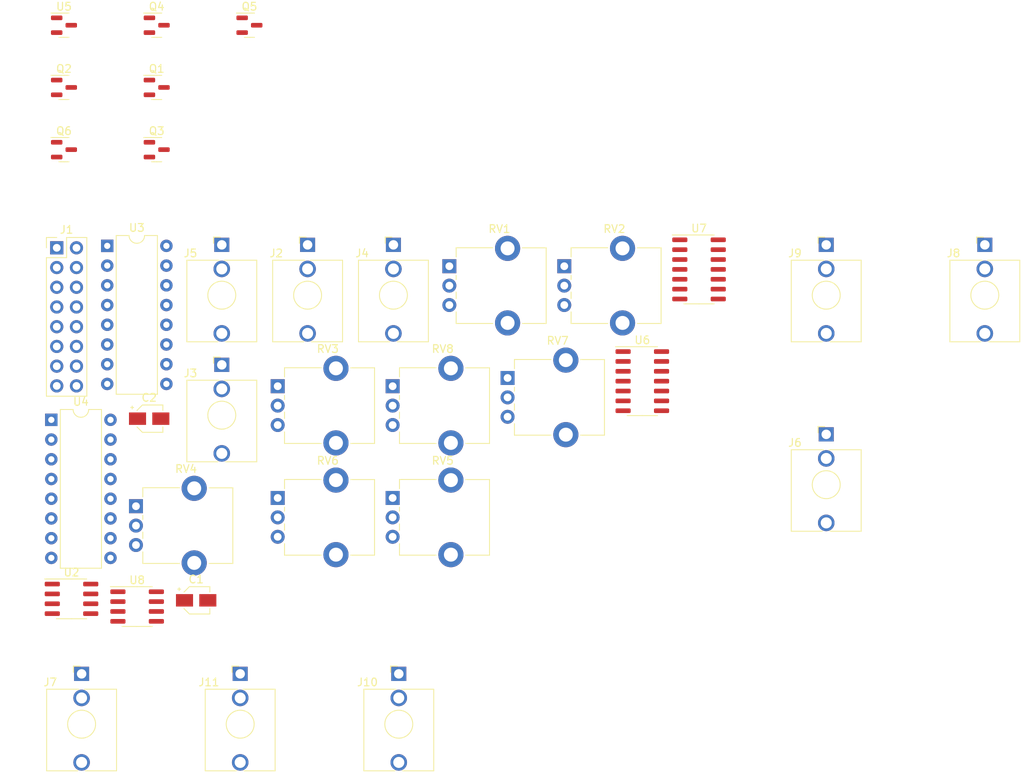
<source format=kicad_pcb>
(kicad_pcb (version 20211014) (generator pcbnew)
  (layers (0 "F.Cu" signal) (31 "B.Cu" signal) (34 "B.Paste" user) (35 "F.Paste" user) (36 "B.SilkS" user "B.Silkscreen") (37 "F.SilkS" user "F.Silkscreen") (38 "B.Mask" user) (39 "F.Mask" user) (44 "Edge.Cuts" user))
  (net 0 "")
  (net 1 "Net-(Q1-Pad1)")
  (net 2 "GND")
  (net 3 "/GATE_A")
  (net 4 "Net-(Q2-Pad1)")
  (net 5 "/SYNC_A")
  (net 6 "Net-(Q3-Pad1)")
  (net 7 "/RESET_A")
  (net 8 "Net-(Q4-Pad1)")
  (net 9 "/GATE_B")
  (net 10 "Net-(Q5-Pad1)")
  (net 11 "/Gate In4/OUTPUT")
  (net 12 "Net-(Q6-Pad1)")
  (net 13 "/RESET_B")
  (net 14 "/AREF_-10V")
  (net 15 "-12V")
  (net 16 "+12V")
  (net 23 "+3V3")
  (net 24 "/POT_RATE_B")
  (net 25 "/POT_MORPH_B")
  (net 26 "/POT_START_A")
  (net 27 "/POT_END_A")
  (net 28 "/POT_MORPH_A")
  (net 29 "/POT_START_B")
  (net 30 "/POT_END_B")
  (net 31 "/POT_RATE_A")
  (net 32 "Net-(J3-Pad3)")
  (net 33 "Net-(R2-Pad2)")
  (net 34 "/V_bias")
  (net 35 "Net-(R1-Pad2)")
  (net 36 "Net-(J2-Pad3)")
  (net 37 "/MUX1_S2")
  (net 38 "/MUX1_S1")
  (net 39 "/MUX1_ADC")
  (net 40 "/MUX1_S0")
  (net 42 "/CV_RATE_B")
  (net 43 "/MUX2_S2")
  (net 44 "/CV_START_B")
  (net 45 "/MUX2_S1")
  (net 46 "/MUX2_ADC")
  (net 47 "/MUX2_S0")
  (net 48 "/CV_END_B")
  (net 49 "/CV_END_A")
  (net 50 "/CV_MORPH_B")
  (net 51 "/CV_RATE_A")
  (net 53 "/CV_MORPH_A")
  (net 54 "/CV_START_A")
  (net 55 "/CV IN/OPAMP_INV")
  (net 56 "/CV IN1/OPAMP_INV")
  (net 57 "/CV IN2/OPAMP_INV")
  (net 58 "/CV IN6/OPAMP_INV")
  (net 59 "/CV IN5/OPAMP_INV")
  (net 62 "/CV IN4/OPAMP_INV")
  (net 63 "/CV IN7/OPAMP_INV")
  (net 64 "Net-(J5-Pad3)")
  (net 65 "/EOC_B")
  (net 66 "/EOC_A")
  (net 67 "Net-(J4-Pad3)")
  (footprint "Package_SO:SOIC-8_3.9x4.9mm_P1.27mm" (layer "F.Cu") (at 38.12 102.4)
    (fp_text reference "U8" (at 0 -3.4) (layer "F.SilkS"))
    (fp_text value "MCP6002-xSN")
    (fp_line (start 0 2.56) (end -1.95 2.56) (layer "F.SilkS") (width 0.12))
    (fp_line (start 0 -2.56) (end -3.45 -2.56) (layer "F.SilkS") (width 0.12))
    (fp_line (start 0 -2.56) (end 1.95 -2.56) (layer "F.SilkS") (width 0.12))
    (fp_line (start 0 2.56) (end 1.95 2.56) (layer "F.SilkS") (width 0.12))
    (pad "1" smd roundrect locked (at -2.475 -1.905) (size 1.95 0.6) (layers "F.Cu" "F.Paste" "F.Mask") (net 64 "Net-(J5-Pad3)"))
    (pad "2" smd roundrect locked (at -2.475 -0.635) (size 1.95 0.6) (layers "F.Cu" "F.Paste" "F.Mask") (net 64 "Net-(J5-Pad3)"))
    (pad "3" smd roundrect locked (at -2.475 0.635) (size 1.95 0.6) (layers "F.Cu" "F.Paste" "F.Mask") (net 65 "/EOC_B"))
    (pad "4" smd roundrect locked (at -2.475 1.905) (size 1.95 0.6) (layers "F.Cu" "F.Paste" "F.Mask") (net 23 "+3V3"))
    (pad "5" smd roundrect locked (at 2.475 1.905) (size 1.95 0.6) (layers "F.Cu" "F.Paste" "F.Mask") (net 66 "/EOC_A"))
    (pad "6" smd roundrect locked (at 2.475 0.635) (size 1.95 0.6) (layers "F.Cu" "F.Paste" "F.Mask") (net 67 "Net-(J4-Pad3)"))
    (pad "7" smd roundrect locked (at 2.475 -0.635) (size 1.95 0.6) (layers "F.Cu" "F.Paste" "F.Mask") (net 67 "Net-(J4-Pad3)"))
    (pad "8" smd roundrect locked (at 2.475 -1.905) (size 1.95 0.6) (layers "F.Cu" "F.Paste" "F.Mask") (net 2 "GND"))
  )
  (footprint "Connector_Audio:Jack_3.5mm_QingPu_WQP-PJ398SM_Vertical_CircularHoles" (layer "F.Cu") (at 71.81 111.07)
    (fp_text reference "J10" (at -4.03 1.08 180) (layer "F.SilkS"))
    (fp_text value "PJ398SM-12")
    (fp_line (start -0.35 1.98) (end -4.5 1.98) (layer "F.SilkS") (width 0.12))
    (fp_line (start -1.06 -1) (end -0.2 -1) (layer "F.SilkS") (width 0.12))
    (fp_line (start 4.5 1.98) (end 0.35 1.98) (layer "F.SilkS") (width 0.12))
    (fp_line (start -4.5 1.98) (end -4.5 12.48) (layer "F.SilkS") (width 0.12))
    (fp_line (start -1.06 -1) (end -1.06 -0.2) (layer "F.SilkS") (width 0.12))
    (fp_line (start 4.5 1.98) (end 4.5 12.48) (layer "F.SilkS") (width 0.12))
    (fp_line (start 4.5 12.48) (end 0.5 12.48) (layer "F.SilkS") (width 0.12))
    (fp_line (start -0.5 12.48) (end -4.5 12.48) (layer "F.SilkS") (width 0.12))
    (fp_circle (center 0 6.48) (end 1.8 6.48) (layer "F.SilkS") (width 0.12) (fill none))
    (pad "S" thru_hole rect locked (at 0 0 180) (size 1.93 1.83) (drill 1.22) (layers *.Cu *.Mask))
    (pad "T" thru_hole circle locked (at 0 11.4 180) (size 2.13 2.13) (drill 1.43) (layers *.Cu *.Mask))
    (pad "TN" thru_hole circle locked (at 0 3.1 180) (size 2.13 2.13) (drill 1.42) (layers *.Cu *.Mask))
  )
  (footprint "Connector_PinHeader_2.54mm:PinHeader_2x08_P2.54mm_Vertical" (layer "F.Cu") (at 27.77 56.21)
    (fp_text reference "J1" (at 1.27 -2.33) (layer "F.SilkS"))
    (fp_text value "Conn_02x08_Odd_Even")
    (fp_line (start -1.33 -1.33) (end 0 -1.33) (layer "F.SilkS") (width 0.12))
    (fp_line (start -1.33 19.11) (end 3.87 19.11) (layer "F.SilkS") (width 0.12))
    (fp_line (start 3.87 -1.33) (end 3.87 19.11) (layer "F.SilkS") (width 0.12))
    (fp_line (start -1.33 1.27) (end -1.33 19.11) (layer "F.SilkS") (width 0.12))
    (fp_line (start 1.27 1.27) (end 1.27 -1.33) (layer "F.SilkS") (width 0.12))
    (fp_line (start 1.27 -1.33) (end 3.87 -1.33) (layer "F.SilkS") (width 0.12))
    (fp_line (start -1.33 1.27) (end 1.27 1.27) (layer "F.SilkS") (width 0.12))
    (fp_line (start -1.33 0) (end -1.33 -1.33) (layer "F.SilkS") (width 0.12))
    (pad "1" thru_hole rect locked (at 0 0) (size 1.7 1.7) (drill 1) (layers *.Cu *.Mask) (net 15 "-12V"))
    (pad "2" thru_hole oval locked (at 2.54 0) (size 1.7 1.7) (drill 1) (layers *.Cu *.Mask) (net 15 "-12V"))
    (pad "3" thru_hole oval locked (at 0 2.54) (size 1.7 1.7) (drill 1) (layers *.Cu *.Mask) (net 2 "GND"))
    (pad "4" thru_hole oval locked (at 2.54 2.54) (size 1.7 1.7) (drill 1) (layers *.Cu *.Mask) (net 2 "GND"))
    (pad "5" thru_hole oval locked (at 0 5.08) (size 1.7 1.7) (drill 1) (layers *.Cu *.Mask) (net 2 "GND"))
    (pad "6" thru_hole oval locked (at 2.54 5.08) (size 1.7 1.7) (drill 1) (layers *.Cu *.Mask) (net 2 "GND"))
    (pad "7" thru_hole oval locked (at 0 7.62) (size 1.7 1.7) (drill 1) (layers *.Cu *.Mask) (net 2 "GND"))
    (pad "8" thru_hole oval locked (at 2.54 7.62) (size 1.7 1.7) (drill 1) (layers *.Cu *.Mask) (net 2 "GND"))
    (pad "9" thru_hole oval locked (at 0 10.16) (size 1.7 1.7) (drill 1) (layers *.Cu *.Mask) (net 16 "+12V"))
    (pad "10" thru_hole oval locked (at 2.54 10.16) (size 1.7 1.7) (drill 1) (layers *.Cu *.Mask) (net 16 "+12V"))
    (pad "11" thru_hole oval locked (at 0 12.7) (size 1.7 1.7) (drill 1) (layers *.Cu *.Mask))
    (pad "12" thru_hole oval locked (at 2.54 12.7) (size 1.7 1.7) (drill 1) (layers *.Cu *.Mask))
    (pad "13" thru_hole oval locked (at 0 15.24) (size 1.7 1.7) (drill 1) (layers *.Cu *.Mask))
    (pad "14" thru_hole oval locked (at 2.54 15.24) (size 1.7 1.7) (drill 1) (layers *.Cu *.Mask))
    (pad "15" thru_hole oval locked (at 0 17.78) (size 1.7 1.7) (drill 1) (layers *.Cu *.Mask))
    (pad "16" thru_hole oval locked (at 2.54 17.78) (size 1.7 1.7) (drill 1) (layers *.Cu *.Mask))
  )
  (footprint "Potentiometer_THT:Potentiometer_Alpha_RD901F-40-00D_Single_Vertical_CircularHoles" (layer "F.Cu") (at 71.02 88.42)
    (fp_text reference "RV5" (at 6.45 -4.8 180) (layer "F.SilkS"))
    (fp_text value "10k")
    (fp_line (start 0.88 4.16) (end 0.88 3.33) (layer "F.SilkS") (width 0.12))
    (fp_line (start 12.47 7.37) (end 12.47 -2.37) (layer "F.SilkS") (width 0.12))
    (fp_line (start 0.88 1.71) (end 0.88 1.18) (layer "F.SilkS") (width 0.12))
    (fp_line (start 0.88 -1.19) (end 0.88 -2.37) (layer "F.SilkS") (width 0.12))
    (fp_line (start 9.41 -2.37) (end 12.47 -2.37) (layer "F.SilkS") (width 0.12))
    (fp_line (start 0.88 7.37) (end 0.88 5.88) (layer "F.SilkS") (width 0.12))
    (fp_line (start 0.88 -2.38) (end 5.6 -2.38) (layer "F.SilkS") (width 0.12))
    (fp_line (start 9.41 7.37) (end 12.47 7.37) (layer "F.SilkS") (width 0.12))
    (fp_line (start 0.88 7.37) (end 5.6 7.37) (layer "F.SilkS") (width 0.12))
    (pad "" thru_hole circle locked (at 7.5 7.3 90) (size 3.24 3.24) (drill 1.8) (layers *.Cu *.Mask))
    (pad "" thru_hole circle locked (at 7.5 -2.3 90) (size 3.24 3.24) (drill 1.8) (layers *.Cu *.Mask))
    (pad "1" thru_hole rect locked (at 0 0 90) (size 1.8 1.8) (drill 1) (layers *.Cu *.Mask) (net 23 "+3V3"))
    (pad "2" thru_hole circle locked (at 0 2.5 90) (size 1.8 1.8) (drill 1) (layers *.Cu *.Mask) (net 28 "/POT_MORPH_A"))
    (pad "3" thru_hole circle locked (at 0 5 90) (size 1.8 1.8) (drill 1) (layers *.Cu *.Mask) (net 2 "GND"))
  )
  (footprint "Connector_Audio:Jack_3.5mm_QingPu_WQP-PJ398SM_Vertical_CircularHoles" (layer "F.Cu") (at 126.85 80.23)
    (fp_text reference "J6" (at -4.03 1.08 180) (layer "F.SilkS"))
    (fp_text value "PJ398SM-12")
    (fp_line (start 4.5 1.98) (end 0.35 1.98) (layer "F.SilkS") (width 0.12))
    (fp_line (start -0.5 12.48) (end -4.5 12.48) (layer "F.SilkS") (width 0.12))
    (fp_line (start -0.35 1.98) (end -4.5 1.98) (layer "F.SilkS") (width 0.12))
    (fp_line (start -1.06 -1) (end -0.2 -1) (layer "F.SilkS") (width 0.12))
    (fp_line (start 4.5 12.48) (end 0.5 12.48) (layer "F.SilkS") (width 0.12))
    (fp_line (start -4.5 1.98) (end -4.5 12.48) (layer "F.SilkS") (width 0.12))
    (fp_line (start 4.5 1.98) (end 4.5 12.48) (layer "F.SilkS") (width 0.12))
    (fp_line (start -1.06 -1) (end -1.06 -0.2) (layer "F.SilkS") (width 0.12))
    (fp_circle (center 0 6.48) (end 1.8 6.48) (layer "F.SilkS") (width 0.12) (fill none))
    (pad "S" thru_hole rect locked (at 0 0 180) (size 1.93 1.83) (drill 1.22) (layers *.Cu *.Mask))
    (pad "T" thru_hole circle locked (at 0 11.4 180) (size 2.13 2.13) (drill 1.43) (layers *.Cu *.Mask))
    (pad "TN" thru_hole circle locked (at 0 3.1 180) (size 2.13 2.13) (drill 1.42) (layers *.Cu *.Mask))
  )
  (footprint "Connector_Audio:Jack_3.5mm_QingPu_WQP-PJ398SM_Vertical_CircularHoles" (layer "F.Cu") (at 30.97 111.07)
    (fp_text reference "J7" (at -4.03 1.08 180) (layer "F.SilkS"))
    (fp_text value "PJ398SM-12")
    (fp_line (start 4.5 1.98) (end 0.35 1.98) (layer "F.SilkS") (width 0.12))
    (fp_line (start 4.5 12.48) (end 0.5 12.48) (layer "F.SilkS") (width 0.12))
    (fp_line (start -1.06 -1) (end -0.2 -1) (layer "F.SilkS") (width 0.12))
    (fp_line (start -4.5 1.98) (end -4.5 12.48) (layer "F.SilkS") (width 0.12))
    (fp_line (start -1.06 -1) (end -1.06 -0.2) (layer "F.SilkS") (width 0.12))
    (fp_line (start -0.5 12.48) (end -4.5 12.48) (layer "F.SilkS") (width 0.12))
    (fp_line (start -0.35 1.98) (end -4.5 1.98) (layer "F.SilkS") (width 0.12))
    (fp_line (start 4.5 1.98) (end 4.5 12.48) (layer "F.SilkS") (width 0.12))
    (fp_circle (center 0 6.48) (end 1.8 6.48) (layer "F.SilkS") (width 0.12) (fill none))
    (pad "S" thru_hole rect locked (at 0 0 180) (size 1.93 1.83) (drill 1.22) (layers *.Cu *.Mask))
    (pad "T" thru_hole circle locked (at 0 11.4 180) (size 2.13 2.13) (drill 1.43) (layers *.Cu *.Mask))
    (pad "TN" thru_hole circle locked (at 0 3.1 180) (size 2.13 2.13) (drill 1.42) (layers *.Cu *.Mask))
  )
  (footprint "Package_TO_SOT_SMD:SOT-23" (layer "F.Cu") (at 40.64 43.57)
    (fp_text reference "Q3" (at 0 -2.4) (layer "F.SilkS"))
    (fp_text value "MMBT3904")
    (fp_line (start 0 -1.56) (end -1.675 -1.56) (layer "F.SilkS") (width 0.12))
    (fp_line (start 0 1.56) (end -0.65 1.56) (layer "F.SilkS") (width 0.12))
    (fp_line (start 0 1.56) (end 0.65 1.56) (layer "F.SilkS") (width 0.12))
    (fp_line (start 0 -1.56) (end 0.65 -1.56) (layer "F.SilkS") (width 0.12))
    (pad "1" smd roundrect locked (at -0.9375 -0.95) (size 1.475 0.6) (layers "F.Cu" "F.Paste" "F.Mask") (net 6 "Net-(Q3-Pad1)"))
    (pad "2" smd roundrect locked (at -0.9375 0.95) (size 1.475 0.6) (layers "F.Cu" "F.Paste" "F.Mask") (net 2 "GND"))
    (pad "3" smd roundrect locked (at 0.9375 0) (size 1.475 0.6) (layers "F.Cu" "F.Paste" "F.Mask") (net 7 "/RESET_A"))
  )
  (footprint "Connector_Audio:Jack_3.5mm_QingPu_WQP-PJ398SM_Vertical_CircularHoles" (layer "F.Cu") (at 60.07 55.83)
    (fp_text reference "J2" (at -4.03 1.08 180) (layer "F.SilkS"))
    (fp_text value "PJ398SM-12")
    (fp_line (start 4.5 12.48) (end 0.5 12.48) (layer "F.SilkS") (width 0.12))
    (fp_line (start -1.06 -1) (end -0.2 -1) (layer "F.SilkS") (width 0.12))
    (fp_line (start 4.5 1.98) (end 4.5 12.48) (layer "F.SilkS") (width 0.12))
    (fp_line (start -0.35 1.98) (end -4.5 1.98) (layer "F.SilkS") (width 0.12))
    (fp_line (start 4.5 1.98) (end 0.35 1.98) (layer "F.SilkS") (width 0.12))
    (fp_line (start -1.06 -1) (end -1.06 -0.2) (layer "F.SilkS") (width 0.12))
    (fp_line (start -0.5 12.48) (end -4.5 12.48) (layer "F.SilkS") (width 0.12))
    (fp_line (start -4.5 1.98) (end -4.5 12.48) (layer "F.SilkS") (width 0.12))
    (fp_circle (center 0 6.48) (end 1.8 6.48) (layer "F.SilkS") (width 0.12) (fill none))
    (pad "S" thru_hole rect locked (at 0 0 180) (size 1.93 1.83) (drill 1.22) (layers *.Cu *.Mask))
    (pad "T" thru_hole circle locked (at 0 11.4 180) (size 2.13 2.13) (drill 1.43) (layers *.Cu *.Mask))
    (pad "TN" thru_hole circle locked (at 0 3.1 180) (size 2.13 2.13) (drill 1.42) (layers *.Cu *.Mask))
  )
  (footprint "Potentiometer_THT:Potentiometer_Alpha_RD901F-40-00D_Single_Vertical_CircularHoles" (layer "F.Cu") (at 78.32 58.58)
    (fp_text reference "RV1" (at 6.45 -4.8 180) (layer "F.SilkS"))
    (fp_text value "10k")
    (fp_line (start 0.88 4.16) (end 0.88 3.33) (layer "F.SilkS") (width 0.12))
    (fp_line (start 0.88 1.71) (end 0.88 1.18) (layer "F.SilkS") (width 0.12))
    (fp_line (start 0.88 -2.38) (end 5.6 -2.38) (layer "F.SilkS") (width 0.12))
    (fp_line (start 9.41 7.37) (end 12.47 7.37) (layer "F.SilkS") (width 0.12))
    (fp_line (start 9.41 -2.37) (end 12.47 -2.37) (layer "F.SilkS") (width 0.12))
    (fp_line (start 0.88 7.37) (end 0.88 5.88) (layer "F.SilkS") (width 0.12))
    (fp_line (start 0.88 7.37) (end 5.6 7.37) (layer "F.SilkS") (width 0.12))
    (fp_line (start 0.88 -1.19) (end 0.88 -2.37) (layer "F.SilkS") (width 0.12))
    (fp_line (start 12.47 7.37) (end 12.47 -2.37) (layer "F.SilkS") (width 0.12))
    (pad "" thru_hole circle locked (at 7.5 -2.3 90) (size 3.24 3.24) (drill 1.8) (layers *.Cu *.Mask))
    (pad "" thru_hole circle locked (at 7.5 7.3 90) (size 3.24 3.24) (drill 1.8) (layers *.Cu *.Mask))
    (pad "1" thru_hole rect locked (at 0 0 90) (size 1.8 1.8) (drill 1) (layers *.Cu *.Mask) (net 23 "+3V3"))
    (pad "2" thru_hole circle locked (at 0 2.5 90) (size 1.8 1.8) (drill 1) (layers *.Cu *.Mask) (net 24 "/POT_RATE_B"))
    (pad "3" thru_hole circle locked (at 0 5 90) (size 1.8 1.8) (drill 1) (layers *.Cu *.Mask) (net 2 "GND"))
  )
  (footprint "Connector_Audio:Jack_3.5mm_QingPu_WQP-PJ398SM_Vertical_CircularHoles" (layer "F.Cu") (at 51.39 111.07)
    (fp_text reference "J11" (at -4.03 1.08 180) (layer "F.SilkS"))
    (fp_text value "PJ398SM-12")
    (fp_line (start -0.35 1.98) (end -4.5 1.98) (layer "F.SilkS") (width 0.12))
    (fp_line (start -1.06 -1) (end -0.2 -1) (layer "F.SilkS") (width 0.12))
    (fp_line (start 4.5 1.98) (end 4.5 12.48) (layer "F.SilkS") (width 0.12))
    (fp_line (start -4.5 1.98) (end -4.5 12.48) (layer "F.SilkS") (width 0.12))
    (fp_line (start 4.5 1.98) (end 0.35 1.98) (layer "F.SilkS") (width 0.12))
    (fp_line (start -0.5 12.48) (end -4.5 12.48) (layer "F.SilkS") (width 0.12))
    (fp_line (start 4.5 12.48) (end 0.5 12.48) (layer "F.SilkS") (width 0.12))
    (fp_line (start -1.06 -1) (end -1.06 -0.2) (layer "F.SilkS") (width 0.12))
    (fp_circle (center 0 6.48) (end 1.8 6.48) (layer "F.SilkS") (width 0.12) (fill none))
    (pad "S" thru_hole rect locked (at 0 0 180) (size 1.93 1.83) (drill 1.22) (layers *.Cu *.Mask))
    (pad "T" thru_hole circle locked (at 0 11.4 180) (size 2.13 2.13) (drill 1.43) (layers *.Cu *.Mask))
    (pad "TN" thru_hole circle locked (at 0 3.1 180) (size 2.13 2.13) (drill 1.42) (layers *.Cu *.Mask))
  )
  (footprint "Connector_Audio:Jack_3.5mm_QingPu_WQP-PJ398SM_Vertical_CircularHoles" (layer "F.Cu") (at 71.12 55.83)
    (fp_text reference "J4" (at -4.03 1.08 180) (layer "F.SilkS"))
    (fp_text value "Connector_Audio:Jack_3.5mm_QingPu_WQP-PJ398SM_Vertical_CircularHoles")
    (fp_line (start 4.5 12.48) (end 0.5 12.48) (layer "F.SilkS") (width 0.12))
    (fp_line (start -1.06 -1) (end -1.06 -0.2) (layer "F.SilkS") (width 0.12))
    (fp_line (start -0.35 1.98) (end -4.5 1.98) (layer "F.SilkS") (width 0.12))
    (fp_line (start 4.5 1.98) (end 0.35 1.98) (layer "F.SilkS") (width 0.12))
    (fp_line (start -1.06 -1) (end -0.2 -1) (layer "F.SilkS") (width 0.12))
    (fp_line (start 4.5 1.98) (end 4.5 12.48) (layer "F.SilkS") (width 0.12))
    (fp_line (start -0.5 12.48) (end -4.5 12.48) (layer "F.SilkS") (width 0.12))
    (fp_line (start -4.5 1.98) (end -4.5 12.48) (layer "F.SilkS") (width 0.12))
    (fp_circle (center 0 6.48) (end 1.8 6.48) (layer "F.SilkS") (width 0.12) (fill none))
    (pad "S" thru_hole rect locked (at 0 0 180) (size 1.93 1.83) (drill 1.22) (layers *.Cu *.Mask))
    (pad "T" thru_hole circle locked (at 0 11.4 180) (size 2.13 2.13) (drill 1.43) (layers *.Cu *.Mask))
    (pad "TN" thru_hole circle locked (at 0 3.1 180) (size 2.13 2.13) (drill 1.42) (layers *.Cu *.Mask))
  )
  (footprint "Connector_Audio:Jack_3.5mm_QingPu_WQP-PJ398SM_Vertical_CircularHoles" (layer "F.Cu") (at 126.85 55.83)
    (fp_text reference "J9" (at -4.03 1.08 180) (layer "F.SilkS"))
    (fp_text value "PJ398SM-12")
    (fp_line (start -0.5 12.48) (end -4.5 12.48) (layer "F.SilkS") (width 0.12))
    (fp_line (start -1.06 -1) (end -1.06 -0.2) (layer "F.SilkS") (width 0.12))
    (fp_line (start 4.5 1.98) (end 4.5 12.48) (layer "F.SilkS") (width 0.12))
    (fp_line (start -4.5 1.98) (end -4.5 12.48) (layer "F.SilkS") (width 0.12))
    (fp_line (start 4.5 1.98) (end 0.35 1.98) (layer "F.SilkS") (width 0.12))
    (fp_line (start -0.35 1.98) (end -4.5 1.98) (layer "F.SilkS") (width 0.12))
    (fp_line (start 4.5 12.48) (end 0.5 12.48) (layer "F.SilkS") (width 0.12))
    (fp_line (start -1.06 -1) (end -0.2 -1) (layer "F.SilkS") (width 0.12))
    (fp_circle (center 0 6.48) (end 1.8 6.48) (layer "F.SilkS") (width 0.12) (fill none))
    (pad "S" thru_hole rect locked (at 0 0 180) (size 1.93 1.83) (drill 1.22) (layers *.Cu *.Mask))
    (pad "T" thru_hole circle locked (at 0 11.4 180) (size 2.13 2.13) (drill 1.43) (layers *.Cu *.Mask))
    (pad "TN" thru_hole circle locked (at 0 3.1 180) (size 2.13 2.13) (drill 1.42) (layers *.Cu *.Mask))
  )
  (footprint "Package_TO_SOT_SMD:SOT-23" (layer "F.Cu") (at 28.7 27.55)
    (fp_text reference "U5" (at 0 -2.4) (layer "F.SilkS"))
    (fp_text value "LM4040DBZ-10")
    (fp_line (start 0 1.56) (end -0.65 1.56) (layer "F.SilkS") (width 0.12))
    (fp_line (start 0 -1.56) (end 0.65 -1.56) (layer "F.SilkS") (width 0.12))
    (fp_line (start 0 1.56) (end 0.65 1.56) (layer "F.SilkS") (width 0.12))
    (fp_line (start 0 -1.56) (end -1.675 -1.56) (layer "F.SilkS") (width 0.12))
    (pad "1" smd roundrect locked (at -0.9375 -0.95) (size 1.475 0.6) (layers "F.Cu" "F.Paste" "F.Mask") (net 2 "GND"))
    (pad "2" smd roundrect locked (at -0.9375 0.95) (size 1.475 0.6) (layers "F.Cu" "F.Paste" "F.Mask") (net 14 "/AREF_-10V"))
    (pad "3" smd roundrect locked (at 0.9375 0) (size 1.475 0.6) (layers "F.Cu" "F.Paste" "F.Mask"))
  )
  (footprint "Package_SO:SO-14_3.9x8.65mm_P1.27mm" (layer "F.Cu") (at 103.17 73.38)
    (fp_text reference "U6" (at 0 -5.28) (layer "F.SilkS"))
    (fp_text value "MCP6004")
    (fp_line (start 0 4.435) (end 1.95 4.435) (layer "F.SilkS") (width 0.12))
    (fp_line (start 0 4.435) (end -1.95 4.435) (layer "F.SilkS") (width 0.12))
    (fp_line (start 0 -4.435) (end -3.45 -4.435) (layer "F.SilkS") (width 0.12))
    (fp_line (start 0 -4.435) (end 1.95 -4.435) (layer "F.SilkS") (width 0.12))
    (pad "1" smd roundrect locked (at -2.475 -3.81) (size 1.95 0.6) (layers "F.Cu" "F.Paste" "F.Mask") (net 51 "/CV_RATE_A"))
    (pad "2" smd roundrect locked (at -2.475 -2.54) (size 1.95 0.6) (layers "F.Cu" "F.Paste" "F.Mask") (net 55 "/CV IN/OPAMP_INV"))
    (pad "3" smd roundrect locked (at -2.475 -1.27) (size 1.95 0.6) (layers "F.Cu" "F.Paste" "F.Mask") (net 2 "GND"))
    (pad "4" smd roundrect locked (at -2.475 0) (size 1.95 0.6) (layers "F.Cu" "F.Paste" "F.Mask") (net 23 "+3V3"))
    (pad "5" smd roundrect locked (at -2.475 1.27) (size 1.95 0.6) (layers "F.Cu" "F.Paste" "F.Mask") (net 2 "GND"))
    (pad "6" smd roundrect locked (at -2.475 2.54) (size 1.95 0.6) (layers "F.Cu" "F.Paste" "F.Mask") (net 56 "/CV IN1/OPAMP_INV"))
    (pad "7" smd roundrect locked (at -2.475 3.81) (size 1.95 0.6) (layers "F.Cu" "F.Paste" "F.Mask") (net 53 "/CV_MORPH_A"))
    (pad "8" smd roundrect locked (at 2.475 3.81) (size 1.95 0.6) (layers "F.Cu" "F.Paste" "F.Mask") (net 54 "/CV_START_A"))
    (pad "9" smd roundrect locked (at 2.475 2.54) (size 1.95 0.6) (layers "F.Cu" "F.Paste" "F.Mask") (net 57 "/CV IN2/OPAMP_INV"))
    (pad "10" smd roundrect locked (at 2.475 1.27) (size 1.95 0.6) (layers "F.Cu" "F.Paste" "F.Mask") (net 2 "GND"))
    (pad "11" smd roundrect locked (at 2.475 0) (size 1.95 0.6) (layers "F.Cu" "F.Paste" "F.Mask") (net 2 "GND"))
    (pad "12" smd roundrect locked (at 2.475 -1.27) (size 1.95 0.6) (layers "F.Cu" "F.Paste" "F.Mask") (net 2 "GND"))
    (pad "13" smd roundrect locked (at 2.475 -2.54) (size 1.95 0.6) (layers "F.Cu" "F.Paste" "F.Mask") (net 58 "/CV IN6/OPAMP_INV"))
    (pad "14" smd roundrect locked (at 2.475 -3.81) (size 1.95 0.6) (layers "F.Cu" "F.Paste" "F.Mask") (net 49 "/CV_END_A"))
  )
  (footprint "Capacitor_SMD:CP_Elec_3x5.3" (layer "F.Cu") (at 45.72 101.6)
    (fp_text reference "C1" (at 0 -2.7) (layer "F.SilkS"))
    (fp_text value "47u")
    (fp_line (start -0.870563 1.76) (end 1.76 1.76) (layer "F.SilkS") (width 0.12))
    (fp_line (start -1.570563 -1.06) (end -0.870563 -1.76) (layer "F.SilkS") (width 0.12))
    (fp_line (start -1.570563 1.06) (end -0.870563 1.76) (layer "F.SilkS") (width 0.12))
    (fp_line (start -0.870563 -1.76) (end 1.76 -1.76) (layer "F.SilkS") (width 0.12))
    (fp_line (start 1.76 -1.76) (end 1.76 -1.06) (layer "F.SilkS") (width 0.12))
    (fp_line (start -2.375 -1.435) (end -2 -1.435) (layer "F.SilkS") (width 0.12))
    (fp_line (start -2.1875 -1.6225) (end -2.1875 -1.2475) (layer "F.SilkS") (width 0.12))
    (fp_line (start 1.76 1.76) (end 1.76 1.06) (layer "F.SilkS") (width 0.12))
    (pad "1" smd rect locked (at -1.5 0) (size 2.2 1.6) (layers "F.Cu" "F.Paste" "F.Mask") (net 2 "GND"))
    (pad "2" smd rect locked (at 1.5 0) (size 2.2 1.6) (layers "F.Cu" "F.Paste" "F.Mask") (net 15 "-12V"))
  )
  (footprint "Potentiometer_THT:Potentiometer_Alpha_RD901F-40-00D_Single_Vertical_CircularHoles" (layer "F.Cu") (at 56.22 74.03)
    (fp_text reference "RV3" (at 6.45 -4.8 180) (layer "F.SilkS"))
    (fp_text value "10k")
    (fp_line (start 0.88 -2.38) (end 5.6 -2.38) (layer "F.SilkS") (width 0.12))
    (fp_line (start 0.88 7.37) (end 0.88 5.88) (layer "F.SilkS") (width 0.12))
    (fp_line (start 0.88 7.37) (end 5.6 7.37) (layer "F.SilkS") (width 0.12))
    (fp_line (start 9.41 7.37) (end 12.47 7.37) (layer "F.SilkS") (width 0.12))
    (fp_line (start 0.88 -1.19) (end 0.88 -2.37) (layer "F.SilkS") (width 0.12))
    (fp_line (start 12.47 7.37) (end 12.47 -2.37) (layer "F.SilkS") (width 0.12))
    (fp_line (start 9.41 -2.37) (end 12.47 -2.37) (layer "F.SilkS") (width 0.12))
    (fp_line (start 0.88 4.16) (end 0.88 3.33) (layer "F.SilkS") (width 0.12))
    (fp_line (start 0.88 1.71) (end 0.88 1.18) (layer "F.SilkS") (width 0.12))
    (pad "" thru_hole circle locked (at 7.5 7.3 90) (size 3.24 3.24) (drill 1.8) (layers *.Cu *.Mask))
    (pad "" thru_hole circle locked (at 7.5 -2.3 90) (size 3.24 3.24) (drill 1.8) (layers *.Cu *.Mask))
    (pad "1" thru_hole rect locked (at 0 0 90) (size 1.8 1.8) (drill 1) (layers *.Cu *.Mask) (net 23 "+3V3"))
    (pad "2" thru_hole circle locked (at 0 2.5 90) (size 1.8 1.8) (drill 1) (layers *.Cu *.Mask) (net 26 "/POT_START_A"))
    (pad "3" thru_hole circle locked (at 0 5 90) (size 1.8 1.8) (drill 1) (layers *.Cu *.Mask) (net 2 "GND"))
  )
  (footprint "Potentiometer_THT:Potentiometer_Alpha_RD901F-40-00D_Single_Vertical_CircularHoles" (layer "F.Cu") (at 56.22 88.42)
    (fp_text reference "RV6" (at 6.45 -4.8 180) (layer "F.SilkS"))
    (fp_text value "10k")
    (fp_line (start 0.88 7.37) (end 0.88 5.88) (layer "F.SilkS") (width 0.12))
    (fp_line (start 0.88 7.37) (end 5.6 7.37) (layer "F.SilkS") (width 0.12))
    (fp_line (start 0.88 1.71) (end 0.88 1.18) (layer "F.SilkS") (width 0.12))
    (fp_line (start 9.41 -2.37) (end 12.47 -2.37) (layer "F.SilkS") (width 0.12))
    (fp_line (start 0.88 -2.38) (end 5.6 -2.38) (layer "F.SilkS") (width 0.12))
    (fp_line (start 12.47 7.37) (end 12.47 -2.37) (layer "F.SilkS") (width 0.12))
    (fp_line (start 0.88 4.16) (end 0.88 3.33) (layer "F.SilkS") (width 0.12))
    (fp_line (start 0.88 -1.19) (end 0.88 -2.37) (layer "F.SilkS") (width 0.12))
    (fp_line (start 9.41 7.37) (end 12.47 7.37) (layer "F.SilkS") (width 0.12))
    (pad "" thru_hole circle locked (at 7.5 -2.3 90) (size 3.24 3.24) (drill 1.8) (layers *.Cu *.Mask))
    (pad "" thru_hole circle locked (at 7.5 7.3 90) (size 3.24 3.24) (drill 1.8) (layers *.Cu *.Mask))
    (pad "1" thru_hole rect locked (at 0 0 90) (size 1.8 1.8) (drill 1) (layers *.Cu *.Mask) (net 23 "+3V3"))
    (pad "2" thru_hole circle locked (at 0 2.5 90) (size 1.8 1.8) (drill 1) (layers *.Cu *.Mask) (net 29 "/POT_START_B"))
    (pad "3" thru_hole circle locked (at 0 5 90) (size 1.8 1.8) (drill 1) (layers *.Cu *.Mask) (net 2 "GND"))
  )
  (footprint "Connector_Audio:Jack_3.5mm_QingPu_WQP-PJ398SM_Vertical_CircularHoles" (layer "F.Cu") (at 147.27 55.83)
    (fp_text reference "J8" (at -4.03 1.08 180) (layer "F.SilkS"))
    (fp_text value "PJ398SM-12")
    (fp_line (start 4.5 12.48) (end 0.5 12.48) (layer "F.SilkS") (width 0.12))
    (fp_line (start -1.06 -1) (end -1.06 -0.2) (layer "F.SilkS") (width 0.12))
    (fp_line (start -0.5 12.48) (end -4.5 12.48) (layer "F.SilkS") (width 0.12))
    (fp_line (start 4.5 1.98) (end 0.35 1.98) (layer "F.SilkS") (width 0.12))
    (fp_line (start 4.5 1.98) (end 4.5 12.48) (layer "F.SilkS") (width 0.12))
    (fp_line (start -1.06 -1) (end -0.2 -1) (layer "F.SilkS") (width 0.12))
    (fp_line (start -0.35 1.98) (end -4.5 1.98) (layer "F.SilkS") (width 0.12))
    (fp_line (start -4.5 1.98) (end -4.5 12.48) (layer "F.SilkS") (width 0.12))
    (fp_circle (center 0 6.48) (end 1.8 6.48) (layer "F.SilkS") (width 0.12) (fill none))
    (pad "S" thru_hole rect locked (at 0 0 180) (size 1.93 1.83) (drill 1.22) (layers *.Cu *.Mask))
    (pad "T" thru_hole circle locked (at 0 11.4 180) (size 2.13 2.13) (drill 1.43) (layers *.Cu *.Mask))
    (pad "TN" thru_hole circle locked (at 0 3.1 180) (size 2.13 2.13) (drill 1.42) (layers *.Cu *.Mask))
  )
  (footprint "Package_TO_SOT_SMD:SOT-23" (layer "F.Cu") (at 28.7 43.57)
    (fp_text reference "Q6" (at 0 -2.4) (layer "F.SilkS"))
    (fp_text value "MMBT3904")
    (fp_line (start 0 -1.56) (end -1.675 -1.56) (layer "F.SilkS") (width 0.12))
    (fp_line (start 0 1.56) (end 0.65 1.56) (layer "F.SilkS") (width 0.12))
    (fp_line (start 0 -1.56) (end 0.65 -1.56) (layer "F.SilkS") (width 0.12))
    (fp_line (start 0 1.56) (end -0.65 1.56) (layer "F.SilkS") (width 0.12))
    (pad "1" smd roundrect locked (at -0.9375 -0.95) (size 1.475 0.6) (layers "F.Cu" "F.Paste" "F.Mask") (net 12 "Net-(Q6-Pad1)"))
    (pad "2" smd roundrect locked (at -0.9375 0.95) (size 1.475 0.6) (layers "F.Cu" "F.Paste" "F.Mask") (net 2 "GND"))
    (pad "3" smd roundrect locked (at 0.9375 0) (size 1.475 0.6) (layers "F.Cu" "F.Paste" "F.Mask") (net 13 "/RESET_B"))
  )
  (footprint "Package_TO_SOT_SMD:SOT-23" (layer "F.Cu") (at 28.7 35.56)
    (fp_text reference "Q2" (at 0 -2.4) (layer "F.SilkS"))
    (fp_text value "MMBT3904")
    (fp_line (start 0 -1.56) (end 0.65 -1.56) (layer "F.SilkS") (width 0.12))
    (fp_line (start 0 1.56) (end -0.65 1.56) (layer "F.SilkS") (width 0.12))
    (fp_line (start 0 -1.56) (end -1.675 -1.56) (layer "F.SilkS") (width 0.12))
    (fp_line (start 0 1.56) (end 0.65 1.56) (layer "F.SilkS") (width 0.12))
    (pad "1" smd roundrect locked (at -0.9375 -0.95) (size 1.475 0.6) (layers "F.Cu" "F.Paste" "F.Mask") (net 4 "Net-(Q2-Pad1)"))
    (pad "2" smd roundrect locked (at -0.9375 0.95) (size 1.475 0.6) (layers "F.Cu" "F.Paste" "F.Mask") (net 2 "GND"))
    (pad "3" smd roundrect locked (at 0.9375 0) (size 1.475 0.6) (layers "F.Cu" "F.Paste" "F.Mask") (net 5 "/SYNC_A"))
  )
  (footprint "Package_DIP:DIP-16_W7.62mm" (layer "F.Cu") (at 27.07 78.36)
    (fp_text reference "U4" (at 3.81 -2.33) (layer "F.SilkS"))
    (fp_text value "CD4051B")
    (fp_line (start 2.81 -1.33) (end 1.16 -1.33) (layer "F.SilkS") (width 0.12))
    (fp_line (start 1.16 19.11) (end 6.46 19.11) (layer "F.SilkS") (width 0.12))
    (fp_line (start 6.46 19.11) (end 6.46 -1.33) (layer "F.SilkS") (width 0.12))
    (fp_line (start 1.16 -1.33) (end 1.16 19.11) (layer "F.SilkS") (width 0.12))
    (fp_line (start 6.46 -1.33) (end 4.81 -1.33) (layer "F.SilkS") (width 0.12))
    (fp_arc (start 4.81 -1.33) (mid 3.81 -0.33) (end 2.81 -1.33) (layer "F.SilkS") (width 0.12))
    (pad "1" thru_hole rect locked (at 0 0) (size 1.6 1.6) (drill 0.8) (layers *.Cu *.Mask) (net 42 "/CV_RATE_B"))
    (pad "2" thru_hole oval locked (at 0 2.54) (size 1.6 1.6) (drill 0.8) (layers *.Cu *.Mask) (net 44 "/CV_START_B"))
    (pad "3" thru_hole oval locked (at 0 5.08) (size 1.6 1.6) (drill 0.8) (layers *.Cu *.Mask) (net 46 "/MUX2_ADC"))
    (pad "4" thru_hole oval locked (at 0 7.62) (size 1.6 1.6) (drill 0.8) (layers *.Cu *.Mask) (net 48 "/CV_END_B"))
    (pad "5" thru_hole oval locked (at 0 10.16) (size 1.6 1.6) (drill 0.8) (layers *.Cu *.Mask) (net 50 "/CV_MORPH_B"))
    (pad "6" thru_hole oval locked (at 0 12.7) (size 1.6 1.6) (drill 0.8) (layers *.Cu *.Mask))
    (pad "7" thru_hole oval locked (at 0 15.24) (size 1.6 1.6) (drill 0.8) (layers *.Cu *.Mask) (net 2 "GND"))
    (pad "8" thru_hole oval locked (at 0 17.78) (size 1.6 1.6) (drill 0.8) (layers *.Cu *.Mask) (net 2 "GND"))
    (pad "9" thru_hole oval locked (at 7.62 17.78) (size 1.6 1.6) (drill 0.8) (layers *.Cu *.Mask) (net 43 "/MUX2_S2"))
    (pad "10" thru_hole oval locked (at 7.62 15.24) (size 1.6 1.6) (drill 0.8) (layers *.Cu *.Mask) (net 45 "/MUX2_S1"))
    (pad "11" thru_hole oval locked (at 7.62 12.7) (size 1.6 1.6) (drill 0.8) (layers *.Cu *.Mask) (net 47 "/MUX2_S0"))
    (pad "12" thru_hole oval locked (at 7.62 10.16) (size 1.6 1.6) (drill 0.8) (layers *.Cu *.Mask) (net 49 "/CV_END_A"))
    (pad "13" thru_hole oval locked (at 7.62 7.62) (size 1.6 1.6) (drill 0.8) (layers *.Cu *.Mask) (net 51 "/CV_RATE_A"))
    (pad "14" thru_hole oval locked (at 7.62 5.08) (size 1.6 1.6) (drill 0.8) (layers *.Cu *.Mask) (net 53 "/CV_MORPH_A"))
    (pad "15" thru_hole oval locked (at 7.62 2.54) (size 1.6 1.6) (drill 0.8) (layers *.Cu *.Mask) (net 54 "/CV_START_A"))
    (pad "16" thru_hole oval locked (at 7.62 0) (size 1.6 1.6) (drill 0.8) (layers *.Cu *.Mask) (net 16 "+12V"))
  )
  (footprint "Potentiometer_THT:Potentiometer_Alpha_RD901F-40-00D_Single_Vertical_CircularHoles" (layer "F.Cu") (at 37.97 89.48)
    (fp_text reference "RV4" (at 6.45 -4.8 180) (layer "F.SilkS"))
    (fp_text value "10k")
    (fp_line (start 0.88 -2.38) (end 5.6 -2.38) (layer "F.SilkS") (width 0.12))
    (fp_line (start 0.88 7.37) (end 0.88 5.88) (layer "F.SilkS") (width 0.12))
    (fp_line (start 9.41 7.37) (end 12.47 7.37) (layer "F.SilkS") (width 0.12))
    (fp_line (start 9.41 -2.37) (end 12.47 -2.37) (layer "F.SilkS") (width 0.12))
    (fp_line (start 0.88 1.71) (end 0.88 1.18) (layer "F.SilkS") (width 0.12))
    (fp_line (start 0.88 7.37) (end 5.6 7.37) (layer "F.SilkS") (width 0.12))
    (fp_line (start 0.88 -1.19) (end 0.88 -2.37) (layer "F.SilkS") (width 0.12))
    (fp_line (start 12.47 7.37) (end 12.47 -2.37) (layer "F.SilkS") (width 0.12))
    (fp_line (start 0.88 4.16) (end 0.88 3.33) (layer "F.SilkS") (width 0.12))
    (pad "" thru_hole circle locked (at 7.5 7.3 90) (size 3.24 3.24) (drill 1.8) (layers *.Cu *.Mask))
    (pad "" thru_hole circle locked (at 7.5 -2.3 90) (size 3.24 3.24) (drill 1.8) (layers *.Cu *.Mask))
    (pad "1" thru_hole rect locked (at 0 0 90) (size 1.8 1.8) (drill 1) (layers *.Cu *.Mask) (net 23 "+3V3"))
    (pad "2" thru_hole circle locked (at 0 2.5 90) (size 1.8 1.8) (drill 1) (layers *.Cu *.Mask) (net 27 "/POT_END_A"))
    (pad "3" thru_hole circle locked (at 0 5 90) (size 1.8 1.8) (drill 1) (layers *.Cu *.Mask) (net 2 "GND"))
  )
  (footprint "Connector_Audio:Jack_3.5mm_QingPu_WQP-PJ398SM_Vertical_CircularHoles" (layer "F.Cu") (at 49.02 71.28)
    (fp_text reference "J3" (at -4.03 1.08 180) (layer "F.SilkS"))
    (fp_text value "PJ398SM-12")
    (fp_line (start -0.35 1.98) (end -4.5 1.98) (layer "F.SilkS") (width 0.12))
    (fp_line (start -0.5 12.48) (end -4.5 12.48) (layer "F.SilkS") (width 0.12))
    (fp_line (start 4.5 12.48) (end 0.5 12.48) (layer "F.SilkS") (width 0.12))
    (fp_line (start -4.5 1.98) (end -4.5 12.48) (layer "F.SilkS") (width 0.12))
    (fp_line (start 4.5 1.98) (end 0.35 1.98) (layer "F.SilkS") (width 0.12))
    (fp_line (start 4.5 1.98) (end 4.5 12.48) (layer "F.SilkS") (width 0.12))
    (fp_line (start -1.06 -1) (end -0.2 -1) (layer "F.SilkS") (width 0.12))
    (fp_line (start -1.06 -1) (end -1.06 -0.2) (layer "F.SilkS") (width 0.12))
    (fp_circle (center 0 6.48) (end 1.8 6.48) (layer "F.SilkS") (width 0.12) (fill none))
    (pad "S" thru_hole rect locked (at 0 0 180) (size 1.93 1.83) (drill 1.22) (layers *.Cu *.Mask))
    (pad "T" thru_hole circle locked (at 0 11.4 180) (size 2.13 2.13) (drill 1.43) (layers *.Cu *.Mask))
    (pad "TN" thru_hole circle locked (at 0 3.1 180) (size 2.13 2.13) (drill 1.42) (layers *.Cu *.Mask))
  )
  (footprint "Connector_Audio:Jack_3.5mm_QingPu_WQP-PJ398SM_Vertical_CircularHoles" (layer "F.Cu") (at 49.02 55.83)
    (fp_text reference "J5" (at -4.03 1.08 180) (layer "F.SilkS"))
    (fp_text value "PJ398SM-12")
    (fp_line (start -0.35 1.98) (end -4.5 1.98) (layer "F.SilkS") (width 0.12))
    (fp_line (start 4.5 1.98) (end 4.5 12.48) (layer "F.SilkS") (width 0.12))
    (fp_line (start -4.5 1.98) (end -4.5 12.48) (layer "F.SilkS") (width 0.12))
    (fp_line (start 4.5 1.98) (end 0.35 1.98) (layer "F.SilkS") (width 0.12))
    (fp_line (start -1.06 -1) (end -1.06 -0.2) (layer "F.SilkS") (width 0.12))
    (fp_line (start -0.5 12.48) (end -4.5 12.48) (layer "F.SilkS") (width 0.12))
    (fp_line (start -1.06 -1) (end -0.2 -1) (layer "F.SilkS") (width 0.12))
    (fp_line (start 4.5 12.48) (end 0.5 12.48) (layer "F.SilkS") (width 0.12))
    (fp_circle (center 0 6.48) (end 1.8 6.48) (layer "F.SilkS") (width 0.12) (fill none))
    (pad "S" thru_hole rect locked (at 0 0 180) (size 1.93 1.83) (drill 1.22) (layers *.Cu *.Mask))
    (pad "T" thru_hole circle locked (at 0 11.4 180) (size 2.13 2.13) (drill 1.43) (layers *.Cu *.Mask))
    (pad "TN" thru_hole circle locked (at 0 3.1 180) (size 2.13 2.13) (drill 1.42) (layers *.Cu *.Mask))
  )
  (footprint "Package_TO_SOT_SMD:SOT-23" (layer "F.Cu") (at 40.64 35.56)
    (fp_text reference "Q1" (at 0 -2.4) (layer "F.SilkS"))
    (fp_text value "MMBT3904")
    (fp_line (start 0 -1.56) (end 0.65 -1.56) (layer "F.SilkS") (width 0.12))
    (fp_line (start 0 1.56) (end 0.65 1.56) (layer "F.SilkS") (width 0.12))
    (fp_line (start 0 1.56) (end -0.65 1.56) (layer "F.SilkS") (width 0.12))
    (fp_line (start 0 -1.56) (end -1.675 -1.56) (layer "F.SilkS") (width 0.12))
    (pad "1" smd roundrect locked (at -0.9375 -0.95) (size 1.475 0.6) (layers "F.Cu" "F.Paste" "F.Mask") (net 1 "Net-(Q1-Pad1)"))
    (pad "2" smd roundrect locked (at -0.9375 0.95) (size 1.475 0.6) (layers "F.Cu" "F.Paste" "F.Mask") (net 2 "GND"))
    (pad "3" smd roundrect locked (at 0.9375 0) (size 1.475 0.6) (layers "F.Cu" "F.Paste" "F.Mask") (net 3 "/GATE_A"))
  )
  (footprint "Package_TO_SOT_SMD:SOT-23" (layer "F.Cu") (at 52.58 27.55)
    (fp_text reference "Q5" (at 0 -2.4) (layer "F.SilkS"))
    (fp_text value "MMBT3904")
    (fp_line (start 0 -1.56) (end 0.65 -1.56) (layer "F.SilkS") (width 0.12))
    (fp_line (start 0 1.56) (end -0.65 1.56) (layer "F.SilkS") (width 0.12))
    (fp_line (start 0 -1.56) (end -1.675 -1.56) (layer "F.SilkS") (width 0.12))
    (fp_line (start 0 1.56) (end 0.65 1.56) (layer "F.SilkS") (width 0.12))
    (pad "1" smd roundrect locked (at -0.9375 -0.95) (size 1.475 0.6) (layers "F.Cu" "F.Paste" "F.Mask") (net 10 "Net-(Q5-Pad1)"))
    (pad "2" smd roundrect locked (at -0.9375 0.95) (size 1.475 0.6) (layers "F.Cu" "F.Paste" "F.Mask") (net 2 "GND"))
    (pad "3" smd roundrect locked (at 0.9375 0) (size 1.475 0.6) (layers "F.Cu" "F.Paste" "F.Mask") (net 11 "/Gate In4/OUTPUT"))
  )
  (footprint "Potentiometer_THT:Potentiometer_Alpha_RD901F-40-00D_Single_Vertical_CircularHoles" (layer "F.Cu") (at 93.12 58.58)
    (fp_text reference "RV2" (at 6.45 -4.8 180) (layer "F.SilkS"))
    (fp_text value "10k")
    (fp_line (start 0.88 1.71) (end 0.88 1.18) (layer "F.SilkS") (width 0.12))
    (fp_line (start 9.41 -2.37) (end 12.47 -2.37) (layer "F.SilkS") (width 0.12))
    (fp_line (start 0.88 -1.19) (end 0.88 -2.37) (layer "F.SilkS") (width 0.12))
    (fp_line (start 0.88 7.37) (end 0.88 5.88) (layer "F.SilkS") (width 0.12))
    (fp_line (start 9.41 7.37) (end 12.47 7.37) (layer "F.SilkS") (width 0.12))
    (fp_line (start 0.88 -2.38) (end 5.6 -2.38) (layer "F.SilkS") (width 0.12))
    (fp_line (start 0.88 7.37) (end 5.6 7.37) (layer "F.SilkS") (width 0.12))
    (fp_line (start 0.88 4.16) (end 0.88 3.33) (layer "F.SilkS") (width 0.12))
    (fp_line (start 12.47 7.37) (end 12.47 -2.37) (layer "F.SilkS") (width 0.12))
    (pad "" thru_hole circle locked (at 7.5 7.3 90) (size 3.24 3.24) (drill 1.8) (layers *.Cu *.Mask))
    (pad "" thru_hole circle locked (at 7.5 -2.3 90) (size 3.24 3.24) (drill 1.8) (layers *.Cu *.Mask))
    (pad "1" thru_hole rect locked (at 0 0 90) (size 1.8 1.8) (drill 1) (layers *.Cu *.Mask) (net 23 "+3V3"))
    (pad "2" thru_hole circle locked (at 0 2.5 90) (size 1.8 1.8) (drill 1) (layers *.Cu *.Mask) (net 25 "/POT_MORPH_B"))
    (pad "3" thru_hole circle locked (at 0 5 90) (size 1.8 1.8) (drill 1) (layers *.Cu *.Mask) (net 2 "GND"))
  )
  (footprint "Capacitor_SMD:CP_Elec_3x5.3" (layer "F.Cu") (at 39.67 78.21)
    (fp_text reference "C2" (at 0 -2.7) (layer "F.SilkS"))
    (fp_text value "47u")
    (fp_line (start -2.375 -1.435) (end -2 -1.435) (layer "F.SilkS") (width 0.12))
    (fp_line (start -2.1875 -1.6225) (end -2.1875 -1.2475) (layer "F.SilkS") (width 0.12))
    (fp_line (start 1.76 -1.76) (end 1.76 -1.06) (layer "F.SilkS") (width 0.12))
    (fp_line (start -0.870563 -1.76) (end 1.76 -1.76) (layer "F.SilkS") (width 0.12))
    (fp_line (start -0.870563 1.76) (end 1.76 1.76) (layer "F.SilkS") (width 0.12))
    (fp_line (start -1.570563 -1.06) (end -0.870563 -1.76) (layer "F.SilkS") (width 0.12))
    (fp_line (start -1.570563 1.06) (end -0.870563 1.76) (layer "F.SilkS") (width 0.12))
    (fp_line (start 1.76 1.76) (end 1.76 1.06) (layer "F.SilkS") (width 0.12))
    (pad "1" smd rect locked (at -1.5 0) (size 2.2 1.6) (layers "F.Cu" "F.Paste" "F.Mask") (net 16 "+12V"))
    (pad "2" smd rect locked (at 1.5 0) (size 2.2 1.6) (layers "F.Cu" "F.Paste" "F.Mask") (net 2 "GND"))
  )
  (footprint "Package_SO:SOIC-8_3.9x4.9mm_P1.27mm" (layer "F.Cu") (at 29.67 101.41)
    (fp_text reference "U2" (at 0 -3.4) (layer "F.SilkS"))
    (fp_text value "TL072")
    (fp_line (start 0 2.56) (end 1.95 2.56) (layer "F.SilkS") (width 0.12))
    (fp_line (start 0 -2.56) (end 1.95 -2.56) (layer "F.SilkS") (width 0.12))
    (fp_line (start 0 -2.56) (end -3.45 -2.56) (layer "F.SilkS") (width 0.12))
    (fp_line (start 0 2.56) (end -1.95 2.56) (layer "F.SilkS") (width 0.12))
    (pad "1" smd roundrect locked (at -2.475 -1.905) (size 1.95 0.6) (layers "F.Cu" "F.Paste" "F.Mask") (net 32 "Net-(J3-Pad3)"))
    (pad "2" smd roundrect locked (at -2.475 -0.635) (size 1.95 0.6) (layers "F.Cu" "F.Paste" "F.Mask") (net 33 "Net-(R2-Pad2)"))
    (pad "3" smd roundrect locked (at -2.475 0.635) (size 1.95 0.6) (layers "F.Cu" "F.Paste" "F.Mask") (net 34 "/V_bias"))
    (pad "4" smd roundrect locked (at -2.475 1.905) (size 1.95 0.6) (layers "F.Cu" "F.Paste" "F.Mask") (net 15 "-12V"))
    (pad "5" smd roundrect locked (at 2.475 1.905) (size 1.95 0.6) (layers "F.Cu" "F.Paste" "F.Mask") (net 34 "/V_bias"))
    (pad "6" smd roundrect locked (at 2.475 0.635) (size 1.95 0.6) (layers "F.Cu" "F.Paste" "F.Mask") (net 35 "Net-(R1-Pad2)"))
    (pad "7" smd roundrect locked (at 2.475 -0.635) (size 1.95 0.6) (layers "F.Cu" "F.Paste" "F.Mask") (net 36 "Net-(J2-Pad3)"))
    (pad "8" smd roundrect locked (at 2.475 -1.905) (size 1.95 0.6) (layers "F.Cu" "F.Paste" "F.Mask") (net 16 "+12V"))
  )
  (footprint "Potentiometer_THT:Potentiometer_Alpha_RD901F-40-00D_Single_Vertical_CircularHoles" (layer "F.Cu") (at 71.02 74.03)
    (fp_text reference "RV8" (at 6.45 -4.8 180) (layer "F.SilkS"))
    (fp_text value "10k")
    (fp_line (start 0.88 7.37) (end 5.6 7.37) (layer "F.SilkS") (width 0.12))
    (fp_line (start 0.88 -1.19) (end 0.88 -2.37) (layer "F.SilkS") (width 0.12))
    (fp_line (start 0.88 7.37) (end 0.88 5.88) (layer "F.SilkS") (width 0.12))
    (fp_line (start 0.88 -2.38) (end 5.6 -2.38) (layer "F.SilkS") (width 0.12))
    (fp_line (start 9.41 7.37) (end 12.47 7.37) (layer "F.SilkS") (width 0.12))
    (fp_line (start 0.88 1.71) (end 0.88 1.18) (layer "F.SilkS") (width 0.12))
    (fp_line (start 9.41 -2.37) (end 12.47 -2.37) (layer "F.SilkS") (width 0.12))
    (fp_line (start 12.47 7.37) (end 12.47 -2.37) (layer "F.SilkS") (width 0.12))
    (fp_line (start 0.88 4.16) (end 0.88 3.33) (layer "F.SilkS") (width 0.12))
    (pad "" thru_hole circle locked (at 7.5 -2.3 90) (size 3.24 3.24) (drill 1.8) (layers *.Cu *.Mask))
    (pad "" thru_hole circle locked (at 7.5 7.3 90) (size 3.24 3.24) (drill 1.8) (layers *.Cu *.Mask))
    (pad "1" thru_hole rect locked (at 0 0 90) (size 1.8 1.8) (drill 1) (layers *.Cu *.Mask) (net 23 "+3V3"))
    (pad "2" thru_hole circle locked (at 0 2.5 90) (size 1.8 1.8) (drill 1) (layers *.Cu *.Mask) (net 31 "/POT_RATE_A"))
    (pad "3" thru_hole circle locked (at 0 5 90) (size 1.8 1.8) (drill 1) (layers *.Cu *.Mask) (net 2 "GND"))
  )
  (footprint "Package_TO_SOT_SMD:SOT-23" (layer "F.Cu") (at 40.64 27.55)
    (fp_text reference "Q4" (at 0 -2.4) (layer "F.SilkS"))
    (fp_text value "MMBT3904")
    (fp_line (start 0 -1.56) (end -1.675 -1.56) (layer "F.SilkS") (width 0.12))
    (fp_line (start 0 1.56) (end -0.65 1.56) (layer "F.SilkS") (width 0.12))
    (fp_line (start 0 -1.56) (end 0.65 -1.56) (layer "F.SilkS") (width 0.12))
    (fp_line (start 0 1.56) (end 0.65 1.56) (layer "F.SilkS") (width 0.12))
    (pad "1" smd roundrect locked (at -0.9375 -0.95) (size 1.475 0.6) (layers "F.Cu" "F.Paste" "F.Mask") (net 8 "Net-(Q4-Pad1)"))
    (pad "2" smd roundrect locked (at -0.9375 0.95) (size 1.475 0.6) (layers "F.Cu" "F.Paste" "F.Mask") (net 2 "GND"))
    (pad "3" smd roundrect locked (at 0.9375 0) (size 1.475 0.6) (layers "F.Cu" "F.Paste" "F.Mask") (net 9 "/GATE_B"))
  )
  (footprint "Package_SO:SO-14_3.9x8.65mm_P1.27mm" (layer "F.Cu") (at 110.47 58.99)
    (fp_text reference "U7" (at 0 -5.28) (layer "F.SilkS"))
    (fp_text value "MCP6004")
    (fp_line (start 0 -4.435) (end 1.95 -4.435) (layer "F.SilkS") (width 0.12))
    (fp_line (start 0 -4.435) (end -3.45 -4.435) (layer "F.SilkS") (width 0.12))
    (fp_line (start 0 4.435) (end 1.95 4.435) (layer "F.SilkS") (width 0.12))
    (fp_line (start 0 4.435) (end -1.95 4.435) (layer "F.SilkS") (width 0.12))
    (pad "1" smd roundrect locked (at -2.475 -3.81) (size 1.95 0.6) (layers "F.Cu" "F.Paste" "F.Mask") (net 42 "/CV_RATE_B"))
    (pad "2" smd roundrect locked (at -2.475 -2.54) (size 1.95 0.6) (layers "F.Cu" "F.Paste" "F.Mask") (net 59 "/CV IN5/OPAMP_INV"))
    (pad "3" smd roundrect locked (at -2.475 -1.27) (size 1.95 0.6) (layers "F.Cu" "F.Paste" "F.Mask") (net 2 "GND"))
    (pad "4" smd roundrect locked (at -2.475 0) (size 1.95 0.6) (layers "F.Cu" "F.Paste" "F.Mask") (net 23 "+3V3"))
    (pad "5" smd roundrect locked (at -2.475 1.27) (size 1.95 0.6) (layers "F.Cu" "F.Paste" "F.Mask"))
    (pad "6" smd roundrect locked (at -2.475 2.54) (size 1.95 0.6) (layers "F.Cu" "F.Paste" "F.Mask"))
    (pad "7" smd roundrect locked (at -2.475 3.81) (size 1.95 0.6) (layers "F.Cu" "F.Paste" "F.Mask") (net 50 "/CV_MORPH_B"))
    (pad "8" smd roundrect locked (at 2.475 3.81) (size 1.95 0.6) (layers "F.Cu" "F.Paste" "F.Mask") (net 44 "/CV_START_B"))
    (pad "9" smd roundrect locked (at 2.475 2.54) (size 1.95 0.6) (layers "F.Cu" "F.Paste" "F.Mask") (net 62 "/CV IN4/OPAMP_INV"))
    (pad "10" smd roundrect locked (at 2.475 1.27) (size 1.95 0.6) (layers "F.Cu" "F.Paste" "F.Mask") (net 2 "GND"))
    (pad "11" smd roundrect locked (at 2.475 0) (size 1.95 0.6) (layers "F.Cu" "F.Paste" "F.Mask") (net 2 "GND"))
    (pad "12" smd roundrect locked (at 2.475 -1.27) (size 1.95 0.6) (layers "F.Cu" "F.Paste" "F.Mask") (net 2 "GND"))
    (pad "13" smd roundrect locked (at 2.475 -2.54) (size 1.95 0.6) (layers "F.Cu" "F.Paste" "F.Mask") (net 63 "/CV IN7/OPAMP_INV"))
    (pad "14" smd roundrect locked (at 2.475 -3.81) (size 1.95 0.6) (layers "F.Cu" "F.Paste" "F.Mask") (net 48 "/CV_END_B"))
  )
  (footprint "Potentiometer_THT:Potentiometer_Alpha_RD901F-40-00D_Single_Vertical_CircularHoles" (layer "F.Cu") (at 85.82 72.97)
    (fp_text reference "RV7" (at 6.45 -4.8 180) (layer "F.SilkS"))
    (fp_text value "10k")
    (fp_line (start 0.88 -2.38) (end 5.6 -2.38) (layer "F.SilkS") (width 0.12))
    (fp_line (start 9.41 -2.37) (end 12.47 -2.37) (layer "F.SilkS") (width 0.12))
    (fp_line (start 0.88 1.71) (end 0.88 1.18) (layer "F.SilkS") (width 0.12))
    (fp_line (start 0.88 7.37) (end 0.88 5.88) (layer "F.SilkS") (width 0.12))
    (fp_line (start 12.47 7.37) (end 12.47 -2.37) (layer "F.SilkS") (width 0.12))
    (fp_line (start 9.41 7.37) (end 12.47 7.37) (layer "F.SilkS") (width 0.12))
    (fp_line (start 0.88 -1.19) (end 0.88 -2.37) (layer "F.SilkS") (width 0.12))
    (fp_line (start 0.88 4.16) (end 0.88 3.33) (layer "F.SilkS") (width 0.12))
    (fp_line (start 0.88 7.37) (end 5.6 7.37) (layer "F.SilkS") (width 0.12))
    (pad "" thru_hole circle locked (at 7.5 -2.3 90) (size 3.24 3.24) (drill 1.8) (layers *.Cu *.Mask))
    (pad "" thru_hole circle locked (at 7.5 7.3 90) (size 3.24 3.24) (drill 1.8) (layers *.Cu *.Mask))
    (pad "1" thru_hole rect locked (at 0 0 90) (size 1.8 1.8) (drill 1) (layers *.Cu *.Mask) (net 23 "+3V3"))
    (pad "2" thru_hole circle locked (at 0 2.5 90) (size 1.8 1.8) (drill 1) (layers *.Cu *.Mask) (net 30 "/POT_END_B"))
    (pad "3" thru_hole circle locked (at 0 5 90) (size 1.8 1.8) (drill 1) (layers *.Cu *.Mask) (net 2 "GND"))
  )
  (footprint "Package_DIP:DIP-16_W7.62mm" (layer "F.Cu") (at 34.27 55.96)
    (fp_text reference "U3" (at 3.81 -2.33) (layer "F.SilkS"))
    (fp_text value "CD4051B")
    (fp_line (start 6.46 -1.33) (end 4.81 -1.33) (layer "F.SilkS") (width 0.12))
    (fp_line (start 2.81 -1.33) (end 1.16 -1.33) (layer "F.SilkS") (width 0.12))
    (fp_line (start 1.16 -1.33) (end 1.16 19.11) (layer "F.SilkS") (width 0.12))
    (fp_line (start 6.46 19.11) (end 6.46 -1.33) (layer "F.SilkS") (width 0.12))
    (fp_line (start 1.16 19.11) (end 6.46 19.11) (layer "F.SilkS") (width 0.12))
    (fp_arc (start 4.81 -1.33) (mid 3.81 -0.33) (end 2.81 -1.33) (layer "F.SilkS") (width 0.12))
    (pad "1" thru_hole rect locked (at 0 0) (size 1.6 1.6) (drill 0.8) (layers *.Cu *.Mask) (net 24 "/POT_RATE_B"))
    (pad "2" thru_hole oval locked (at 0 2.54) (size 1.6 1.6) (drill 0.8) (layers *.Cu *.Mask) (net 29 "/POT_START_B"))
    (pad "3" thru_hole oval locked (at 0 5.08) (size 1.6 1.6) (drill 0.8) (layers *.Cu *.Mask) (net 39 "/MUX1_ADC"))
    (pad "4" thru_hole oval locked (at 0 7.62) (size 1.6 1.6) (drill 0.8) (layers *.Cu *.Mask) (net 30 "/POT_END_B"))
    (pad "5" thru_hole oval locked (at 0 10.16) (size 1.6 1.6) (drill 0.8) (layers *.Cu *.Mask) (net 25 "/POT_MORPH_B"))
    (pad "6" thru_hole oval locked (at 0 12.7) (size 1.6 1.6) (drill 0.8) (layers *.Cu *.Mask))
    (pad "7" thru_hole oval locked (at 0 15.24) (size 1.6 1.6) (drill 0.8) (layers *.Cu *.Mask) (net 2 "GND"))
    (pad "8" thru_hole oval locked (at 0 17.78) (size 1.6 1.6) (drill 0.8) (layers *.Cu *.Mask) (net 2 "GND"))
    (pad "9" thru_hole oval locked (at 7.62 17.78) (size 1.6 1.6) (drill 0.8) (layers *.Cu *.Mask) (net 37 "/MUX1_S2"))
    (pad "10" thru_hole oval locked (at 7.62 15.24) (size 1.6 1.6) (drill 0.8) (layers *.Cu *.Mask) (net 38 "/MUX1_S1"))
    (pad "11" thru_hole oval locked (at 7.62 12.7) (size 1.6 1.6) (drill 0.8) (layers *.Cu *.Mask) (net 40 "/MUX1_S0"))
    (pad "12" thru_hole oval locked (at 7.62 10.16) (size 1.6 1.6) (drill 0.8) (layers *.Cu *.Mask) (net 27 "/POT_END_A"))
    (pad "13" thru_hole oval locked (at 7.62 7.62) (size 1.6 1.6) (drill 0.8) (layers *.Cu *.Mask) (net 31 "/POT_RATE_A"))
    (pad "14" thru_hole oval locked (at 7.62 5.08) (size 1.6 1.6) (drill 0.8) (layers *.Cu *.Mask) (net 28 "/POT_MORPH_A"))
    (pad "15" thru_hole oval locked (at 7.62 2.54) (size 1.6 1.6) (drill 0.8) (layers *.Cu *.Mask) (net 26 "/POT_START_A"))
    (pad "16" thru_hole oval locked (at 7.62 0) (size 1.6 1.6) (drill 0.8) (layers *.Cu *.Mask) (net 16 "+12V"))
  )
)
</source>
